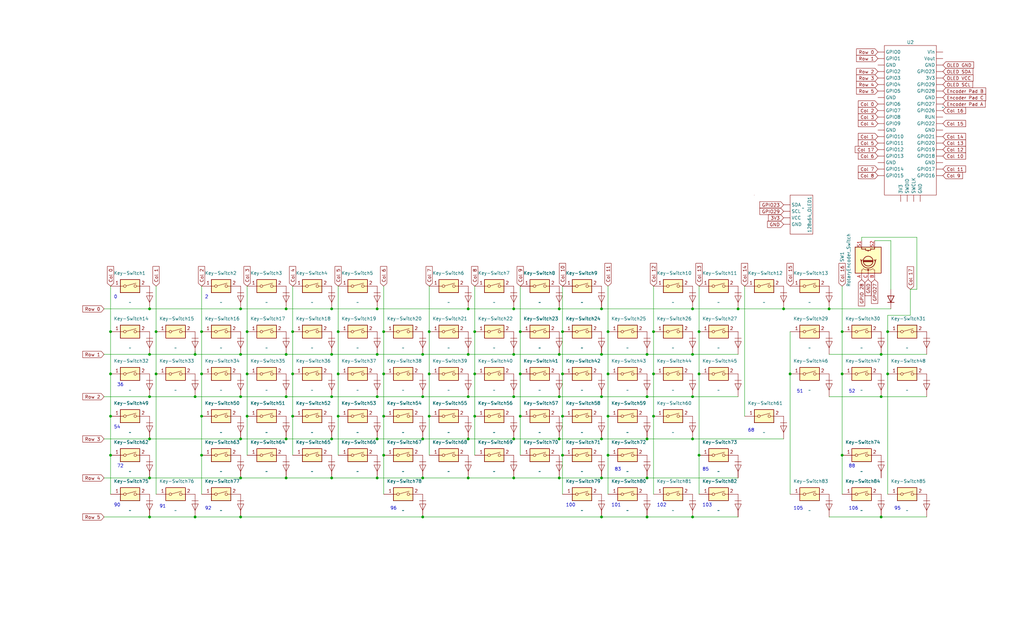
<source format=kicad_sch>
(kicad_sch (version 20230121) (generator eeschema)
  (paper "User" 399.999 250.012)
  (title_block (title "TECOLED") (date "1/11/2024") (rev "v1.0"))
  (lib_symbols
    (symbol "Device:RotaryEncoder_Switch" (pin_names (offset 0.254) hide)
      (property "Reference" "SW" (at 0 6.604 0))
      (property "Value" "RotaryEncoder_Switch" (at 0 -6.604 0))
      (symbol "RotaryEncoder_Switch_0_1"
        (rectangle (start -5.08 5.08) (end 5.08 -5.08) (stroke (width 0.254)) (fill (type background)))
        (circle (center -3.81 0) (radius 0.254) (fill (type outline)))
        (circle (center -0.381 0) (radius 1.905) (stroke (width 0.254)))
        (arc (start -0.381 2.667) (mid -3.0988 -0.0635) (end -0.381 -2.794) (stroke (width 0.254)))
        (polyline (pts (xy -0.635 -1.778) (xy -0.635 1.778)) (stroke (width 0.254)))
        (polyline (pts (xy -0.381 -1.778) (xy -0.381 1.778)) (stroke (width 0.254)))
        (polyline (pts (xy -0.127 1.778) (xy -0.127 -1.778)) (stroke (width 0.254)))
        (polyline (pts (xy 3.81 0) (xy 3.429 0)) (stroke (width 0.254)))
        (polyline (pts (xy 3.81 1.016) (xy 3.81 -1.016)) (stroke (width 0.254)))
        (polyline (pts (xy -5.08 -2.54) (xy -3.81 -2.54) (xy -3.81 -2.032)))
        (polyline (pts (xy -5.08 2.54) (xy -3.81 2.54) (xy -3.81 2.032)))
        (polyline (pts (xy 0.254 -3.048) (xy -0.508 -2.794) (xy 0.127 -2.413)) (stroke (width 0.254)))
        (polyline (pts (xy 0.254 2.921) (xy -0.508 2.667) (xy 0.127 2.286)) (stroke (width 0.254)))
        (polyline (pts (xy 5.08 -2.54) (xy 4.318 -2.54) (xy 4.318 -1.016)) (stroke (width 0.254)))
        (polyline (pts (xy 5.08 2.54) (xy 4.318 2.54) (xy 4.318 1.016)) (stroke (width 0.254)))
        (polyline (pts (xy -5.08 0) (xy -3.81 0) (xy -3.81 -1.016) (xy -3.302 -2.032)))
        (polyline (pts (xy -4.318 0) (xy -3.81 0) (xy -3.81 1.016) (xy -3.302 2.032)))
        (circle (center 4.318 -1.016) (radius 0.127) (stroke (width 0.254)))
        (circle (center 4.318 1.016) (radius 0.127) (stroke (width 0.254)))
      )
      (symbol "RotaryEncoder_Switch_1_1"
        (pin passive line (at -7.62 2.54 0) (length 2.54) (name "A") (number "A"))
        (pin passive line (at -7.62 -2.54 0) (length 2.54) (name "B") (number "B"))
        (pin passive line (at -7.62 0 0) (length 2.54) (name "C") (number "C"))
        (pin passive line (at 7.62 2.54 180) (length 2.54) (name "S1") (number "S1"))
        (pin passive line (at 7.62 -2.54 180) (length 2.54) (name "S2") (number "S2"))
      )
    )
    (symbol "Diode:1N4148" (pin_numbers hide) (pin_names hide)
      (property "Reference" "D" (at 0 2.54 0))
      (property "Value" "1N4148" (at 0 -2.54 0))
      (symbol "1N4148_0_1"
        (polyline (pts (xy -1.27 1.27) (xy -1.27 -1.27)) (stroke (width 0.254)))
        (polyline (pts (xy 1.27 0) (xy -1.27 0)))
        (polyline (pts (xy 1.27 1.27) (xy 1.27 -1.27) (xy -1.27 0) (xy 1.27 1.27)) (stroke (width 0.254)))
      )
      (symbol "1N4148_1_1"
        (pin passive line (at -3.81 0 0) (length 2.54) (name "K") (number "1"))
        (pin passive line (at 3.81 0 180) (length 2.54) (name "A") (number "2"))
      )
    )
    (symbol "Display_Graphic:128x64_oled"
      (property "Reference" "128x64_OLED" (at -6.35 0 90))
      (symbol "128x64_oled_1_1"
        (rectangle (start -8.89 -7.62) (end 0 7.62))
        (rectangle (start 13.97 7.62) (end 13.97 7.62))
        (pin passive line (at 2.54 -3.81 180) (length 2.54) (name "GND") (number ""))
        (pin bidirectional line (at 2.54 1.27 180) (length 2.54) (name "SCL") (number ""))
        (pin bidirectional line (at 2.54 3.81 180) (length 2.54) (name "SDA") (number ""))
        (pin power_in line (at 2.54 -1.27 180) (length 2.54) (name "VCC") (number ""))
      )
    )
    (symbol "MCU_RaspberryPi:rp2040v2"
      (property "Reference" "U" (at -7.62 0 0))
      (symbol "rp2040v2_0_1"
        (rectangle (start -30.48 24.13) (end -10.16 -34.29))
      )
      (symbol "rp2040v2_1_1"
        (pin passive line (at -24.13 -36.83 90) (length 2.54) (name "3V3") (number ""))
        (pin passive line (at -7.62 11.43 180) (length 2.54) (name "3V3") (number ""))
        (pin passive line (at -33.02 -21.59 0) (length 2.54) (name "GND") (number ""))
        (pin passive line (at -33.02 -8.89 0) (length 2.54) (name "GND") (number ""))
        (pin passive line (at -33.02 3.81 0) (length 2.54) (name "GND") (number ""))
        (pin passive line (at -33.02 16.51 0) (length 2.54) (name "GND") (number ""))
        (pin passive line (at -16.51 -36.83 90) (length 2.54) (name "GND") (number ""))
        (pin passive line (at -7.62 -21.59 180) (length 2.54) (name "GND") (number ""))
        (pin passive line (at -7.62 -8.89 180) (length 2.54) (name "GND") (number ""))
        (pin passive line (at -7.62 3.81 180) (length 2.54) (name "GND") (number ""))
        (pin passive line (at -7.62 16.51 180) (length 2.54) (name "GND") (number ""))
        (pin passive line (at -33.02 21.59 0) (length 2.54) (name "GPIO0") (number ""))
        (pin passive line (at -33.02 19.05 0) (length 2.54) (name "GPIO1") (number ""))
        (pin passive line (at -33.02 -11.43 0) (length 2.54) (name "GPIO10") (number ""))
        (pin passive line (at -33.02 -13.97 0) (length 2.54) (name "GPIO11") (number ""))
        (pin passive line (at -33.02 -16.51 0) (length 2.54) (name "GPIO12") (number ""))
        (pin passive line (at -33.02 -19.05 0) (length 2.54) (name "GPIO13") (number ""))
        (pin passive line (at -33.02 -24.13 0) (length 2.54) (name "GPIO14") (number ""))
        (pin passive line (at -33.02 -26.67 0) (length 2.54) (name "GPIO15") (number ""))
        (pin passive line (at -7.62 -26.67 180) (length 2.54) (name "GPIO16") (number ""))
        (pin passive line (at -7.62 -24.13 180) (length 2.54) (name "GPIO17") (number ""))
        (pin passive line (at -7.62 -19.05 180) (length 2.54) (name "GPIO18") (number ""))
        (pin passive line (at -7.62 -16.51 180) (length 2.54) (name "GPIO19") (number ""))
        (pin passive line (at -33.02 13.97 0) (length 2.54) (name "GPIO2") (number ""))
        (pin passive line (at -7.62 -13.97 180) (length 2.54) (name "GPIO20") (number ""))
        (pin passive line (at -7.62 -11.43 180) (length 2.54) (name "GPIO21") (number ""))
        (pin passive line (at -7.62 -6.35 180) (length 2.54) (name "GPIO22") (number ""))
        (pin passive line (at -7.62 13.97 180) (length 2.54) (name "GPIO23") (number ""))
        (pin passive line (at -7.62 -1.27 180) (length 2.54) (name "GPIO26") (number ""))
        (pin passive line (at -7.62 1.27 180) (length 2.54) (name "GPIO27") (number ""))
        (pin passive line (at -7.62 6.35 180) (length 2.54) (name "GPIO28") (number ""))
        (pin passive line (at -7.62 8.89 180) (length 2.54) (name "GPIO29") (number ""))
        (pin passive line (at -33.02 11.43 0) (length 2.54) (name "GPIO3") (number ""))
        (pin passive line (at -33.02 8.89 0) (length 2.54) (name "GPIO4") (number ""))
        (pin passive line (at -33.02 6.35 0) (length 2.54) (name "GPIO5") (number ""))
        (pin passive line (at -33.02 1.27 0) (length 2.54) (name "GPIO6") (number ""))
        (pin passive line (at -33.02 -1.27 0) (length 2.54) (name "GPIO7") (number ""))
        (pin passive line (at -33.02 -3.81 0) (length 2.54) (name "GPIO8") (number ""))
        (pin passive line (at -33.02 -6.35 0) (length 2.54) (name "GPIO9") (number ""))
        (pin passive line (at -7.62 -3.81 180) (length 2.54) (name "RUN") (number ""))
        (pin passive line (at -19.05 -36.83 90) (length 2.54) (name "SWCLK") (number ""))
        (pin passive line (at -21.59 -36.83 90) (length 2.54) (name "SWDID") (number ""))
        (pin passive line (at -7.62 21.59 180) (length 2.54) (name "Vin") (number ""))
        (pin passive line (at -7.62 19.05 180) (length 2.54) (name "Vout") (number ""))
      )
    )
    (symbol "Simulation_SPICE:Key-Switch"
      (property "Reference" "Key-Switch" (at 0 2.54 0))
      (symbol "Key-Switch_0_0"
        (circle (center -2.032 -2.54) (radius 0.508))
        (polyline (pts (xy -1.524 -2.413) (xy 2.3622 -1.3716)))
        (circle (center 2.032 -2.54) (radius 0.508))
      )
      (symbol "Key-Switch_0_1"
        (rectangle (start -3.81 0) (end 3.81 -5.08) (stroke (width 0.254)) (fill (type background)))
        (polyline (pts (xy 7.62 -2.54) (xy 2.54 -2.54) (xy 7.62 -2.54)))
        (polyline (pts (xy 7.62 -2.54) (xy 7.62 -8.89) (xy 6.35 -6.35) (xy 8.89 -6.35) (xy 7.62 -8.89) (xy 7.62 -6.35) (xy 7.62 -5.08) (xy 6.35 -5.08) (xy 8.89 -5.08)))
      )
      (symbol "Key-Switch_1_1"
        (text "1" (at -5.08 -1.27 0) (effects (font (size 1.27 1.27))))
        (text "2" (at 5.08 -1.27 0) (effects (font (size 1.27 1.27))))
        (pin passive line (at 7.62 -11.43 90) (length 2.54) (name "") (number ""))
        (pin passive line (at -7.62 -2.54 0) (length 5.08) (name "~") (number ""))
      )
    )
  )
  (junction (at 237.49 146.05))
  (junction (at 323.85 120.65))
  (junction (at 114.3 129.54))
  (junction (at 132.08 129.54))
  (junction (at 58.42 186.69))
  (junction (at 234.95 201.93))
  (junction (at 60.96 129.54))
  (junction (at 185.42 146.05))
  (junction (at 111.76 171.45))
  (junction (at 234.95 138.43))
  (junction (at 200.66 120.65))
  (junction (at 93.98 154.94))
  (junction (at 114.3 162.56))
  (junction (at 93.98 171.45))
  (junction (at 149.86 146.05))
  (junction (at 60.96 146.05))
  (junction (at 76.2 154.94))
  (junction (at 149.86 177.8))
  (junction (at 185.42 129.54))
  (junction (at 308.61 146.05))
  (junction (at 111.76 120.65))
  (junction (at 252.73 154.94))
  (junction (at 219.71 162.56))
  (junction (at 58.42 201.93))
  (junction (at 346.71 129.54))
  (junction (at 167.64 146.05))
  (junction (at 111.76 186.69))
  (junction (at 328.93 129.54))
  (junction (at 344.17 201.93))
  (junction (at 200.66 154.94))
  (junction (at 200.66 138.43))
  (junction (at 252.73 171.45))
  (junction (at 234.95 154.94))
  (junction (at 288.29 120.65))
  (junction (at 344.17 138.43))
  (junction (at 270.51 138.43))
  (junction (at 234.95 171.45))
  (junction (at 58.42 138.43))
  (junction (at 273.05 146.05))
  (junction (at 182.88 186.69))
  (junction (at 132.08 162.56))
  (junction (at 78.74 162.56))
  (junction (at 270.51 154.94))
  (junction (at 165.1 138.43))
  (junction (at 218.44 154.94))
  (junction (at 182.88 154.94))
  (junction (at 219.71 129.54))
  (junction (at 219.71 146.05))
  (junction (at 182.88 138.43))
  (junction (at 43.18 162.56))
  (junction (at 129.54 171.45))
  (junction (at 149.86 162.56))
  (junction (at 200.66 171.45))
  (junction (at 234.95 120.65))
  (junction (at 78.74 129.54))
  (junction (at 200.66 186.69))
  (junction (at 255.27 146.05))
  (junction (at 182.88 120.65))
  (junction (at 218.44 186.69))
  (junction (at 96.52 146.05))
  (junction (at 218.44 171.45))
  (junction (at 111.76 138.43))
  (junction (at 43.18 177.8))
  (junction (at 96.52 162.56))
  (junction (at 306.07 120.65))
  (junction (at 76.2 201.93))
  (junction (at 165.1 154.94))
  (junction (at 344.17 154.94))
  (junction (at 129.54 154.94))
  (junction (at 182.88 171.45))
  (junction (at 328.93 146.05))
  (junction (at 43.18 146.05))
  (junction (at 132.08 146.05))
  (junction (at 147.32 186.69))
  (junction (at 93.98 201.93))
  (junction (at 129.54 138.43))
  (junction (at 111.76 154.94))
  (junction (at 76.2 138.43))
  (junction (at 273.05 129.54))
  (junction (at 237.49 162.56))
  (junction (at 252.73 201.93))
  (junction (at 185.42 162.56))
  (junction (at 78.74 146.05))
  (junction (at 270.51 171.45))
  (junction (at 58.42 120.65))
  (junction (at 167.64 162.56))
  (junction (at 78.74 177.8))
  (junction (at 270.51 120.65))
  (junction (at 218.44 138.43))
  (junction (at 255.27 129.54))
  (junction (at 165.1 186.69))
  (junction (at 147.32 138.43))
  (junction (at 252.73 138.43))
  (junction (at 237.49 129.54))
  (junction (at 147.32 171.45))
  (junction (at 93.98 120.65))
  (junction (at 167.64 129.54))
  (junction (at 149.86 129.54))
  (junction (at 43.18 129.54))
  (junction (at 165.1 201.93))
  (junction (at 93.98 138.43))
  (junction (at 218.44 120.65))
  (junction (at 58.42 171.45))
  (junction (at 58.42 154.94))
  (junction (at 219.71 177.8))
  (junction (at 203.2 129.54))
  (junction (at 273.05 177.8))
  (junction (at 237.49 177.8))
  (junction (at 346.71 146.05))
  (junction (at 129.54 120.65))
  (junction (at 147.32 120.65))
  (junction (at 96.52 129.54))
  (junction (at 270.51 201.93))
  (junction (at 165.1 171.45))
  (junction (at 234.95 186.69))
  (junction (at 328.93 177.8))
  (junction (at 147.32 154.94))
  (junction (at 129.54 186.69))
  (junction (at 203.2 146.05))
  (junction (at 203.2 162.56))
  (junction (at 93.98 186.69))
  (junction (at 252.73 186.69))
  (junction (at 255.27 162.56))
  (junction (at 114.3 146.05))
  (wire (pts (xy 336.55 92.71) (xy 336.55 93.98)))
  (wire (pts (xy 323.85 201.93) (xy 344.17 201.93)))
  (wire (pts (xy 358.14 92.71) (xy 358.14 113.03)))
  (wire (pts (xy 273.05 111.76) (xy 273.05 129.54)))
  (wire (pts (xy 273.05 146.05) (xy 273.05 177.8)))
  (wire (pts (xy 252.73 138.43) (xy 270.51 138.43)))
  (wire (pts (xy 114.3 162.56) (xy 114.3 177.8)))
  (wire (pts (xy 234.95 186.69) (xy 252.73 186.69)))
  (wire (pts (xy 96.52 111.76) (xy 96.52 129.54)))
  (wire (pts (xy 93.98 138.43) (xy 111.76 138.43)))
  (wire (pts (xy 40.64 154.94) (xy 58.42 154.94)))
  (wire (pts (xy 182.88 171.45) (xy 200.66 171.45)))
  (wire (pts (xy 328.93 177.8) (xy 328.93 193.04)))
  (wire (pts (xy 43.18 111.76) (xy 43.18 129.54)))
  (wire (pts (xy 344.17 138.43) (xy 361.95 138.43)))
  (wire (pts (xy 58.42 120.65) (xy 93.98 120.65)))
  (wire (pts (xy 336.55 92.71) (xy 358.14 92.71)))
  (wire (pts (xy 147.32 138.43) (xy 165.1 138.43)))
  (wire (pts (xy 200.66 120.65) (xy 218.44 120.65)))
  (wire (pts (xy 218.44 154.94) (xy 200.66 154.94)))
  (wire (pts (xy 203.2 162.56) (xy 203.2 177.8)))
  (wire (pts (xy 347.98 113.03) (xy 347.98 93.98)))
  (wire (pts (xy 200.66 186.69) (xy 218.44 186.69)))
  (wire (pts (xy 78.74 146.05) (xy 78.74 162.56)))
  (wire (pts (xy 147.32 154.94) (xy 129.54 154.94)))
  (wire (pts (xy 346.71 146.05) (xy 346.71 193.04)))
  (wire (pts (xy 93.98 171.45) (xy 58.42 171.45)))
  (wire (pts (xy 308.61 146.05) (xy 308.61 193.04)))
  (wire (pts (xy 328.93 111.76) (xy 328.93 129.54)))
  (wire (pts (xy 218.44 120.65) (xy 234.95 120.65)))
  (wire (pts (xy 78.74 111.76) (xy 78.74 129.54)))
  (wire (pts (xy 234.95 171.45) (xy 252.73 171.45)))
  (wire (pts (xy 40.64 138.43) (xy 58.42 138.43)))
  (wire (pts (xy 346.71 129.54) (xy 346.71 146.05)))
  (wire (pts (xy 132.08 129.54) (xy 132.08 146.05)))
  (wire (pts (xy 43.18 177.8) (xy 43.18 193.04)))
  (wire (pts (xy 165.1 201.93) (xy 234.95 201.93)))
  (wire (pts (xy 149.86 162.56) (xy 149.86 177.8)))
  (wire (pts (xy 234.95 154.94) (xy 218.44 154.94)))
  (wire (pts (xy 182.88 154.94) (xy 165.1 154.94)))
  (wire (pts (xy 308.61 129.54) (xy 308.61 146.05)))
  (wire (pts (xy 58.42 154.94) (xy 76.2 154.94)))
  (wire (pts (xy 93.98 154.94) (xy 111.76 154.94)))
  (wire (pts (xy 167.64 111.76) (xy 167.64 129.54)))
  (wire (pts (xy 355.6 123.19) (xy 346.71 123.19)))
  (wire (pts (xy 252.73 201.93) (xy 270.51 201.93)))
  (wire (pts (xy 76.2 154.94) (xy 93.98 154.94)))
  (wire (pts (xy 185.42 146.05) (xy 185.42 162.56)))
  (wire (pts (xy 111.76 138.43) (xy 129.54 138.43)))
  (wire (pts (xy 58.42 201.93) (xy 76.2 201.93)))
  (wire (pts (xy 147.32 120.65) (xy 182.88 120.65)))
  (wire (pts (xy 255.27 146.05) (xy 255.27 162.56)))
  (wire (pts (xy 60.96 111.76) (xy 60.96 129.54)))
  (wire (pts (xy 219.71 129.54) (xy 219.71 146.05)))
  (wire (pts (xy 234.95 201.93) (xy 252.73 201.93)))
  (wire (pts (xy 270.51 201.93) (xy 288.29 201.93)))
  (wire (pts (xy 111.76 154.94) (xy 129.54 154.94)))
  (wire (pts (xy 323.85 154.94) (xy 344.17 154.94)))
  (wire (pts (xy 273.05 177.8) (xy 273.05 193.04)))
  (wire (pts (xy 237.49 146.05) (xy 237.49 162.56)))
  (wire (pts (xy 182.88 120.65) (xy 200.66 120.65)))
  (wire (pts (xy 252.73 154.94) (xy 234.95 154.94)))
  (wire (pts (xy 93.98 186.69) (xy 111.76 186.69)))
  (wire (pts (xy 43.18 146.05) (xy 43.18 162.56)))
  (wire (pts (xy 290.83 111.76) (xy 290.83 162.56)))
  (wire (pts (xy 165.1 171.45) (xy 182.88 171.45)))
  (wire (pts (xy 76.2 138.43) (xy 93.98 138.43)))
  (wire (pts (xy 270.51 154.94) (xy 252.73 154.94)))
  (wire (pts (xy 255.27 162.56) (xy 255.27 193.04)))
  (wire (pts (xy 252.73 186.69) (xy 288.29 186.69)))
  (wire (pts (xy 78.74 162.56) (xy 78.74 177.8)))
  (wire (pts (xy 111.76 186.69) (xy 129.54 186.69)))
  (wire (pts (xy 78.74 129.54) (xy 78.74 146.05)))
  (wire (pts (xy 185.42 129.54) (xy 185.42 146.05)))
  (wire (pts (xy 149.86 177.8) (xy 149.86 193.04)))
  (wire (pts (xy 252.73 171.45) (xy 270.51 171.45)))
  (wire (pts (xy 358.14 113.03) (xy 355.6 113.03)))
  (wire (pts (xy 182.88 186.69) (xy 200.66 186.69)))
  (wire (pts (xy 306.07 120.65) (xy 323.85 120.65)))
  (wire (pts (xy 129.54 138.43) (xy 147.32 138.43)))
  (wire (pts (xy 185.42 111.76) (xy 185.42 129.54)))
  (wire (pts (xy 60.96 146.05) (xy 60.96 193.04)))
  (wire (pts (xy 200.66 171.45) (xy 218.44 171.45)))
  (wire (pts (xy 255.27 111.76) (xy 255.27 129.54)))
  (wire (pts (xy 203.2 129.54) (xy 203.2 146.05)))
  (wire (pts (xy 165.1 138.43) (xy 182.88 138.43)))
  (wire (pts (xy 219.71 111.76) (xy 219.71 129.54)))
  (wire (pts (xy 219.71 177.8) (xy 219.71 193.04)))
  (wire (pts (xy 203.2 111.76) (xy 203.2 129.54)))
  (wire (pts (xy 328.93 146.05) (xy 328.93 177.8)))
  (wire (pts (xy 43.18 129.54) (xy 43.18 146.05)))
  (wire (pts (xy 149.86 111.76) (xy 149.86 129.54)))
  (wire (pts (xy 96.52 162.56) (xy 96.52 177.8)))
  (wire (pts (xy 344.17 201.93) (xy 361.95 201.93)))
  (wire (pts (xy 129.54 186.69) (xy 147.32 186.69)))
  (wire (pts (xy 149.86 146.05) (xy 149.86 162.56)))
  (wire (pts (xy 58.42 186.69) (xy 93.98 186.69)))
  (wire (pts (xy 167.64 146.05) (xy 167.64 162.56)))
  (wire (pts (xy 129.54 171.45) (xy 147.32 171.45)))
  (wire (pts (xy 237.49 111.76) (xy 237.49 129.54)))
  (wire (pts (xy 147.32 171.45) (xy 165.1 171.45)))
  (wire (pts (xy 347.98 93.98) (xy 341.63 93.98)))
  (wire (pts (xy 288.29 154.94) (xy 270.51 154.94)))
  (wire (pts (xy 78.74 177.8) (xy 78.74 193.04)))
  (wire (pts (xy 182.88 138.43) (xy 200.66 138.43)))
  (wire (pts (xy 323.85 138.43) (xy 344.17 138.43)))
  (wire (pts (xy 218.44 138.43) (xy 234.95 138.43)))
  (wire (pts (xy 237.49 129.54) (xy 237.49 146.05)))
  (wire (pts (xy 96.52 129.54) (xy 96.52 146.05)))
  (wire (pts (xy 132.08 111.76) (xy 132.08 129.54)))
  (wire (pts (xy 346.71 123.19) (xy 346.71 129.54)))
  (wire (pts (xy 218.44 171.45) (xy 234.95 171.45)))
  (wire (pts (xy 165.1 186.69) (xy 182.88 186.69)))
  (wire (pts (xy 328.93 129.54) (xy 328.93 146.05)))
  (wire (pts (xy 40.64 186.69) (xy 58.42 186.69)))
  (wire (pts (xy 255.27 129.54) (xy 255.27 146.05)))
  (wire (pts (xy 132.08 146.05) (xy 132.08 162.56)))
  (wire (pts (xy 273.05 129.54) (xy 273.05 146.05)))
  (wire (pts (xy 234.95 138.43) (xy 252.73 138.43)))
  (wire (pts (xy 132.08 162.56) (xy 132.08 177.8)))
  (wire (pts (xy 218.44 186.69) (xy 234.95 186.69)))
  (wire (pts (xy 355.6 123.19) (xy 355.6 113.03)))
  (wire (pts (xy 129.54 120.65) (xy 147.32 120.65)))
  (wire (pts (xy 219.71 146.05) (xy 219.71 162.56)))
  (wire (pts (xy 270.51 138.43) (xy 288.29 138.43)))
  (wire (pts (xy 270.51 171.45) (xy 306.07 171.45)))
  (wire (pts (xy 93.98 201.93) (xy 165.1 201.93)))
  (wire (pts (xy 237.49 177.8) (xy 237.49 193.04)))
  (wire (pts (xy 111.76 171.45) (xy 93.98 171.45)))
  (wire (pts (xy 344.17 154.94) (xy 361.95 154.94)))
  (wire (pts (xy 114.3 111.76) (xy 114.3 129.54)))
  (wire (pts (xy 347.98 120.65) (xy 323.85 120.65)))
  (wire (pts (xy 167.64 162.56) (xy 167.64 177.8)))
  (wire (pts (xy 219.71 162.56) (xy 219.71 177.8)))
  (wire (pts (xy 60.96 129.54) (xy 60.96 146.05)))
  (wire (pts (xy 270.51 120.65) (xy 288.29 120.65)))
  (wire (pts (xy 96.52 146.05) (xy 96.52 162.56)))
  (wire (pts (xy 58.42 138.43) (xy 76.2 138.43)))
  (wire (pts (xy 149.86 129.54) (xy 149.86 146.05)))
  (wire (pts (xy 147.32 186.69) (xy 165.1 186.69)))
  (wire (pts (xy 114.3 146.05) (xy 114.3 162.56)))
  (wire (pts (xy 111.76 120.65) (xy 129.54 120.65)))
  (wire (pts (xy 93.98 120.65) (xy 111.76 120.65)))
  (wire (pts (xy 203.2 146.05) (xy 203.2 162.56)))
  (wire (pts (xy 200.66 154.94) (xy 182.88 154.94)))
  (wire (pts (xy 40.64 201.93) (xy 58.42 201.93)))
  (wire (pts (xy 76.2 201.93) (xy 93.98 201.93)))
  (wire (pts (xy 40.64 120.65) (xy 58.42 120.65)))
  (wire (pts (xy 114.3 129.54) (xy 114.3 146.05)))
  (wire (pts (xy 237.49 162.56) (xy 237.49 177.8)))
  (wire (pts (xy 234.95 120.65) (xy 270.51 120.65)))
  (wire (pts (xy 165.1 154.94) (xy 147.32 154.94)))
  (wire (pts (xy 288.29 120.65) (xy 306.07 120.65)))
  (wire (pts (xy 167.64 129.54) (xy 167.64 146.05)))
  (wire (pts (xy 129.54 171.45) (xy 111.76 171.45)))
  (wire (pts (xy 43.18 162.56) (xy 43.18 177.8)))
  (wire (pts (xy 76.2 137.16) (xy 76.2 138.43)))
  (wire (pts (xy 40.64 171.45) (xy 58.42 171.45)))
  (wire (pts (xy 200.66 138.43) (xy 218.44 138.43)))
  (wire (pts (xy 185.42 162.56) (xy 185.42 177.8)))
  (text "52" (at 331.47 153.67 0) (effects (font (size 1.27 1.27)) (justify left bottom)))
  (text "95" (at 349.25 199.39 0) (effects (font (size 1.27 1.27)) (justify left bottom)))
  (text "103" (at 274.32 198.12 0) (effects (font (size 1.27 1.27)) (justify left bottom)))
  (text "106\n" (at 331.47 199.39 0) (effects (font (size 1.27 1.27)) (justify left bottom)))
  (text "102\n" (at 256.54 198.12 0) (effects (font (size 1.27 1.27)) (justify left bottom)))
  (text "36\n" (at 45.72 151.13 0) (effects (font (size 1.27 1.27)) (justify left bottom)))
  (text "83" (at 240.03 184.15 0) (effects (font (size 1.27 1.27)) (justify left bottom)))
  (text "0\n" (at 44.45 116.84 0) (effects (font (size 1.27 1.27)) (justify left bottom)))
  (text "54" (at 44.45 167.64 0) (effects (font (size 1.27 1.27)) (justify left bottom)))
  (text "101\n" (at 238.76 198.12 0) (effects (font (size 1.27 1.27)) (justify left bottom)))
  (text "85" (at 274.32 184.15 0) (effects (font (size 1.27 1.27)) (justify left bottom)))
  (text "72\n" (at 45.72 182.88 0) (effects (font (size 1.27 1.27)) (justify left bottom)))
  (text "105\n" (at 309.88 199.39 0) (effects (font (size 1.27 1.27)) (justify left bottom)))
  (text "2" (at 80.01 116.84 0) (effects (font (size 1.27 1.27)) (justify left bottom)))
  (text "92\n" (at 80.01 199.39 0) (effects (font (size 1.27 1.27)) (justify left bottom)))
  (text "51\n" (at 311.15 153.67 0) (effects (font (size 1.27 1.27)) (justify left bottom)))
  (text "88" (at 331.47 182.88 0) (effects (font (size 1.27 1.27)) (justify left bottom)))
  (text "100\n" (at 220.98 198.12 0) (effects (font (size 1.27 1.27)) (justify left bottom)))
  (text "91\n\n" (at 62.23 200.66 0) (effects (font (size 1.27 1.27)) (justify left bottom)))
  (text "68\n" (at 292.1 168.91 0) (effects (font (size 1.27 1.27)) (justify left bottom)))
  (text "96\n" (at 152.4 199.39 0) (effects (font (size 1.27 1.27)) (justify left bottom)))
  (text "90\n" (at 44.45 198.12 0) (effects (font (size 1.27 1.27)) (justify left bottom)))
  (global_label "Row 0" (shape input) (at 40.64 120.65 180) (property "Intersheetrefs" "${INTERSHEET_REFS}" (effects hide)))
  (global_label "Encoder Pad B" (shape input) (at 368.3 35.56 0) (property "Intersheetrefs" "${INTERSHEET_REFS}" (effects hide)))
  (global_label "GND" (shape input) (at 306.07 87.63 180) (property "Intersheetrefs" "${INTERSHEET_REFS}" (effects hide)))
  (global_label "Col 13" (shape input) (at 368.3 55.88 0) (property "Intersheetrefs" "${INTERSHEET_REFS}" (effects hide)))
  (global_label "Col 3" (shape input) (at 96.52 111.76 90) (property "Intersheetrefs" "${INTERSHEET_REFS}" (effects hide)))
  (global_label "Col 16" (shape input) (at 328.93 111.76 90) (property "Intersheetrefs" "${INTERSHEET_REFS}" (effects hide)))
  (global_label "Row 5" (shape input) (at 342.9 35.56 180) (property "Intersheetrefs" "${INTERSHEET_REFS}" (effects hide)))
  (global_label "Col 6" (shape input) (at 149.86 111.76 90) (property "Intersheetrefs" "${INTERSHEET_REFS}" (effects hide)))
  (global_label "Col 0" (shape input) (at 342.9 40.64 180) (property "Intersheetrefs" "${INTERSHEET_REFS}" (effects hide)))
  (global_label "Col 10" (shape input) (at 219.71 111.76 90) (property "Intersheetrefs" "${INTERSHEET_REFS}" (effects hide)))
  (global_label "Col 7" (shape input) (at 342.9 66.04 180) (property "Intersheetrefs" "${INTERSHEET_REFS}" (effects hide)))
  (global_label "Row 2" (shape input) (at 342.9 27.94 180) (property "Intersheetrefs" "${INTERSHEET_REFS}" (effects hide)))
  (global_label "Row 1" (shape input) (at 40.64 138.43 180) (property "Intersheetrefs" "${INTERSHEET_REFS}" (effects hide)))
  (global_label "Col 15" (shape input) (at 308.61 111.76 90) (property "Intersheetrefs" "${INTERSHEET_REFS}" (effects hide)))
  (global_label "Col 14" (shape input) (at 290.83 111.76 90) (property "Intersheetrefs" "${INTERSHEET_REFS}" (effects hide)))
  (global_label "Col 5" (shape input) (at 342.9 55.88 180) (property "Intersheetrefs" "${INTERSHEET_REFS}" (effects hide)))
  (global_label "Col 11" (shape input) (at 237.49 111.76 90) (property "Intersheetrefs" "${INTERSHEET_REFS}" (effects hide)))
  (global_label "GND" (shape input) (at 339.09 109.22 270) (property "Intersheetrefs" "${INTERSHEET_REFS}" (effects hide)))
  (global_label "Col 13" (shape input) (at 273.05 111.76 90) (property "Intersheetrefs" "${INTERSHEET_REFS}" (effects hide)))
  (global_label "Encoder Pad C" (shape input) (at 368.3 38.1 0) (property "Intersheetrefs" "${INTERSHEET_REFS}" (effects hide)))
  (global_label "Col 17" (shape input) (at 342.9 58.42 180) (property "Intersheetrefs" "${INTERSHEET_REFS}" (effects hide)))
  (global_label "GPIO23" (shape input) (at 306.07 80.01 180) (property "Intersheetrefs" "${INTERSHEET_REFS}" (effects hide)))
  (global_label "Col 8" (shape input) (at 185.42 111.76 90) (property "Intersheetrefs" "${INTERSHEET_REFS}" (effects hide)))
  (global_label "Col 6" (shape input) (at 342.9 60.96 180) (property "Intersheetrefs" "${INTERSHEET_REFS}" (effects hide)))
  (global_label "Col 12" (shape input) (at 255.27 111.76 90) (property "Intersheetrefs" "${INTERSHEET_REFS}" (effects hide)))
  (global_label "Row 2" (shape input) (at 40.64 154.94 180) (property "Intersheetrefs" "${INTERSHEET_REFS}" (effects hide)))
  (global_label "Col 7" (shape input) (at 167.64 111.76 90) (property "Intersheetrefs" "${INTERSHEET_REFS}" (effects hide)))
  (global_label "Col 9" (shape input) (at 368.3 68.58 0) (property "Intersheetrefs" "${INTERSHEET_REFS}" (effects hide)))
  (global_label "Col 10" (shape input) (at 368.3 60.96 0) (property "Intersheetrefs" "${INTERSHEET_REFS}" (effects hide)))
  (global_label "Row 3" (shape input) (at 40.64 171.45 180) (property "Intersheetrefs" "${INTERSHEET_REFS}" (effects hide)))
  (global_label "Col 1" (shape input) (at 60.96 111.76 90) (property "Intersheetrefs" "${INTERSHEET_REFS}" (effects hide)))
  (global_label "Col 1" (shape input) (at 342.9 53.34 180) (property "Intersheetrefs" "${INTERSHEET_REFS}" (effects hide)))
  (global_label "GPIO27" (shape input) (at 341.63 109.22 270) (property "Intersheetrefs" "${INTERSHEET_REFS}" (effects hide)))
  (global_label "OLED SDA" (shape input) (at 368.3 27.94 0) (property "Intersheetrefs" "${INTERSHEET_REFS}" (effects hide)))
  (global_label "3V3" (shape input) (at 306.07 85.09 180) (property "Intersheetrefs" "${INTERSHEET_REFS}" (effects hide)))
  (global_label "GPIO29" (shape input) (at 306.07 82.55 180) (property "Intersheetrefs" "${INTERSHEET_REFS}" (effects hide)))
  (global_label "Col 8" (shape input) (at 342.9 68.58 180) (property "Intersheetrefs" "${INTERSHEET_REFS}" (effects hide)))
  (global_label "Col 0" (shape input) (at 43.18 111.76 90) (property "Intersheetrefs" "${INTERSHEET_REFS}" (effects hide)))
  (global_label "Row 4" (shape input) (at 40.64 186.69 180) (property "Intersheetrefs" "${INTERSHEET_REFS}" (effects hide)))
  (global_label "Col 3" (shape input) (at 342.9 45.72 180) (property "Intersheetrefs" "${INTERSHEET_REFS}" (effects hide)))
  (global_label "Col 4" (shape input) (at 342.9 48.26 180) (property "Intersheetrefs" "${INTERSHEET_REFS}" (effects hide)))
  (global_label "Col 12" (shape input) (at 368.3 58.42 0) (property "Intersheetrefs" "${INTERSHEET_REFS}" (effects hide)))
  (global_label "OLED GND" (shape input) (at 368.3 25.4 0) (property "Intersheetrefs" "${INTERSHEET_REFS}" (effects hide)))
  (global_label "Col 14" (shape input) (at 368.3 53.34 0) (property "Intersheetrefs" "${INTERSHEET_REFS}" (effects hide)))
  (global_label "Col 2" (shape input) (at 78.74 111.76 90) (property "Intersheetrefs" "${INTERSHEET_REFS}" (effects hide)))
  (global_label "Col 15" (shape input) (at 368.3 48.26 0) (property "Intersheetrefs" "${INTERSHEET_REFS}" (effects hide)))
  (global_label "Col 4" (shape input) (at 114.3 111.76 90) (property "Intersheetrefs" "${INTERSHEET_REFS}" (effects hide)))
  (global_label "Row 5" (shape input) (at 40.64 201.93 180) (property "Intersheetrefs" "${INTERSHEET_REFS}" (effects hide)))
  (global_label "OLED VCC" (shape input) (at 368.3 30.48 0) (property "Intersheetrefs" "${INTERSHEET_REFS}" (effects hide)))
  (global_label "Col 5" (shape input) (at 132.08 111.76 90) (property "Intersheetrefs" "${INTERSHEET_REFS}" (effects hide)))
  (global_label "Row 1" (shape input) (at 342.9 22.86 180) (property "Intersheetrefs" "${INTERSHEET_REFS}" (effects hide)))
  (global_label "Col 2" (shape input) (at 342.9 43.18 180) (property "Intersheetrefs" "${INTERSHEET_REFS}" (effects hide)))
  (global_label "Row 4" (shape input) (at 342.9 33.02 180) (property "Intersheetrefs" "${INTERSHEET_REFS}" (effects hide)))
  (global_label "GPIO 28" (shape input) (at 336.55 109.22 270) (property "Intersheetrefs" "${INTERSHEET_REFS}" (effects hide)))
  (global_label "Col 17" (shape input) (at 355.6 113.03 90) (property "Intersheetrefs" "${INTERSHEET_REFS}" (effects hide)))
  (global_label "Encoder Pad A" (shape input) (at 368.3 40.64 0) (property "Intersheetrefs" "${INTERSHEET_REFS}" (effects hide)))
  (global_label "Col 11" (shape input) (at 368.3 66.04 0) (property "Intersheetrefs" "${INTERSHEET_REFS}" (effects hide)))
  (global_label "Col 16" (shape input) (at 368.3 43.18 0) (property "Intersheetrefs" "${INTERSHEET_REFS}" (effects hide)))
  (global_label "Row 3" (shape input) (at 342.9 30.48 180) (property "Intersheetrefs" "${INTERSHEET_REFS}" (effects hide)))
  (global_label "Col 9" (shape input) (at 203.2 111.76 90) (property "Intersheetrefs" "${INTERSHEET_REFS}" (effects hide)))
  (global_label "Row 0" (shape input) (at 342.9 20.32 180) (property "Intersheetrefs" "${INTERSHEET_REFS}" (effects hide)))
  (global_label "OLED SCL" (shape input) (at 368.3 33.02 0) (property "Intersheetrefs" "${INTERSHEET_REFS}" (effects hide)))
  (symbol (lib_id "Simulation_SPICE:Key-Switch") (at 86.36 127 0) (unit 1)
    (property "Reference" "Key-Switch16" (at 80.01 124.46 0) (effects (justify left)))
    (property "Value" "~" (at 86.36 135.89 0))
  )
  (symbol (lib_id "Simulation_SPICE:Key-Switch") (at 86.36 160.02 0) (unit 1)
    (property "Reference" "Key-Switch50" (at 80.01 157.48 0) (effects (justify left)))
    (property "Value" "~" (at 86.36 168.91 0))
  )
  (symbol (lib_id "Simulation_SPICE:Key-Switch") (at 193.04 160.02 0) (unit 1)
    (property "Reference" "Key-Switch56" (at 186.69 157.48 0) (effects (justify left)))
    (property "Value" "~" (at 193.04 168.91 0))
  )
  (symbol (lib_id "Simulation_SPICE:Key-Switch") (at 280.67 109.22 0) (unit 1)
    (property "Reference" "Key-Switch11" (at 274.32 106.68 0) (effects (justify left)))
    (property "Value" "~" (at 280.67 118.11 0))
  )
  (symbol (lib_id "Simulation_SPICE:Key-Switch") (at 262.89 190.5 0) (unit 1)
    (property "Reference" "Key-Switch81" (at 256.54 187.96 0) (effects (justify left)))
    (property "Value" "~" (at 262.89 199.39 0))
  )
  (symbol (lib_id "Simulation_SPICE:Key-Switch") (at 104.14 175.26 0) (unit 1)
    (property "Reference" "Key-Switch64" (at 97.79 172.72 0) (effects (justify left)))
    (property "Value" "~" (at 104.14 184.15 0))
  )
  (symbol (lib_id "Simulation_SPICE:Key-Switch") (at 245.11 160.02 0) (unit 1)
    (property "Reference" "Key-Switch59" (at 238.76 157.48 0) (effects (justify left)))
    (property "Value" "~" (at 245.11 168.91 0))
  )
  (symbol (lib_id "Simulation_SPICE:Key-Switch") (at 354.33 143.51 0) (unit 1)
    (property "Reference" "Key-Switch48" (at 347.98 140.97 0) (effects (justify left)))
    (property "Value" "~" (at 354.33 152.4 0))
  )
  (symbol (lib_id "Simulation_SPICE:Key-Switch") (at 104.14 127 0) (unit 1)
    (property "Reference" "Key-Switch17" (at 97.79 124.46 0) (effects (justify left)))
    (property "Value" "~" (at 104.14 135.89 0))
  )
  (symbol (lib_id "Simulation_SPICE:Key-Switch") (at 175.26 127 0) (unit 1)
    (property "Reference" "Key-Switch21" (at 168.91 124.46 0) (effects (justify left)))
    (property "Value" "~" (at 175.26 135.89 0))
  )
  (symbol (lib_id "Simulation_SPICE:Key-Switch") (at 193.04 109.22 0) (unit 1)
    (property "Reference" "Key-Switch7" (at 186.69 106.68 0) (effects (justify left)))
    (property "Value" "~" (at 193.04 118.11 0))
  )
  (symbol (lib_id "Simulation_SPICE:Key-Switch") (at 354.33 190.5 0) (unit 1)
    (property "Reference" "Key-Switch85" (at 347.98 187.96 0) (effects (justify left)))
    (property "Value" "~" (at 354.33 199.39 0))
  )
  (symbol (lib_id "Simulation_SPICE:Key-Switch") (at 50.8 175.26 0) (unit 1)
    (property "Reference" "Key-Switch62" (at 44.45 172.72 0) (effects (justify left)))
    (property "Value" "~" (at 50.8 184.15 0))
  )
  (symbol (lib_id "Simulation_SPICE:Key-Switch") (at 245.11 175.26 0) (unit 1)
    (property "Reference" "Key-Switch72" (at 238.76 172.72 0) (effects (justify left)))
    (property "Value" "~" (at 245.11 184.15 0))
  )
  (symbol (lib_id "Display_Graphic:128x64_oled") (at 308.61 83.82 0) (mirror y) (unit 1)
    (property "Reference" "128x64_OLED1" (at 316.23 83.82 90))
    (property "Value" "~" (at 313.69 81.28 0))
  )
  (symbol (lib_id "Simulation_SPICE:Key-Switch") (at 262.89 109.22 0) (unit 1)
    (property "Reference" "Key-Switch10" (at 256.54 106.68 0) (effects (justify left)))
    (property "Value" "~" (at 262.89 118.11 0))
  )
  (symbol (lib_id "Simulation_SPICE:Key-Switch") (at 139.7 109.22 0) (unit 1)
    (property "Reference" "Key-Switch5" (at 133.35 106.68 0) (effects (justify left)))
    (property "Value" "~" (at 139.7 118.11 0))
  )
  (symbol (lib_id "Simulation_SPICE:Key-Switch") (at 50.8 109.22 0) (unit 1)
    (property "Reference" "Key-Switch1" (at 44.45 106.68 0) (effects (justify left)))
    (property "Value" "~" (at 50.8 118.11 0))
  )
  (symbol (lib_id "Simulation_SPICE:Key-Switch") (at 245.11 127 0) (unit 1)
    (property "Reference" "Key-Switch25" (at 238.76 124.46 0) (effects (justify left)))
    (property "Value" "~" (at 245.11 135.89 0))
  )
  (symbol (lib_id "Simulation_SPICE:Key-Switch") (at 50.8 160.02 0) (unit 1)
    (property "Reference" "Key-Switch49" (at 44.45 157.48 0) (effects (justify left)))
    (property "Value" "~" (at 50.8 168.91 0))
  )
  (symbol (lib_id "Simulation_SPICE:Key-Switch") (at 280.67 175.26 0) (unit 1)
    (property "Reference" "Key-Switch73" (at 274.32 172.72 0) (effects (justify left)))
    (property "Value" "~" (at 280.67 184.15 0))
  )
  (symbol (lib_id "Simulation_SPICE:Key-Switch") (at 262.89 143.51 0) (unit 1)
    (property "Reference" "Key-Switch44" (at 256.54 140.97 0) (effects (justify left)))
    (property "Value" "~" (at 262.89 152.4 0))
  )
  (symbol (lib_id "Simulation_SPICE:Key-Switch") (at 227.33 160.02 0) (unit 1)
    (property "Reference" "Key-Switch58" (at 220.98 157.48 0) (effects (justify left)))
    (property "Value" "~" (at 227.33 168.91 0))
  )
  (symbol (lib_id "Simulation_SPICE:Key-Switch") (at 86.36 143.51 0) (unit 1)
    (property "Reference" "Key-Switch34" (at 80.01 140.97 0) (effects (justify left)))
    (property "Value" "~" (at 86.36 152.4 0))
  )
  (symbol (lib_id "Simulation_SPICE:Key-Switch") (at 139.7 127 0) (unit 1)
    (property "Reference" "Key-Switch19" (at 133.35 124.46 0) (effects (justify left)))
    (property "Value" "~" (at 139.7 135.89 0))
  )
  (symbol (lib_id "Simulation_SPICE:Key-Switch") (at 227.33 190.5 0) (unit 1)
    (property "Reference" "Key-Switch79" (at 220.98 187.96 0) (effects (justify left)))
    (property "Value" "~" (at 227.33 199.39 0))
  )
  (symbol (lib_id "Simulation_SPICE:Key-Switch") (at 121.92 127 0) (unit 1)
    (property "Reference" "Key-Switch18" (at 115.57 124.46 0) (effects (justify left)))
    (property "Value" "~" (at 121.92 135.89 0))
  )
  (symbol (lib_id "Simulation_SPICE:Key-Switch") (at 157.48 160.02 0) (unit 1)
    (property "Reference" "Key-Switch54" (at 151.13 157.48 0) (effects (justify left)))
    (property "Value" "~" (at 157.48 168.91 0))
  )
  (symbol (lib_id "Simulation_SPICE:Key-Switch") (at 227.33 143.51 0) (unit 1)
    (property "Reference" "Key-Switch42" (at 220.98 140.97 0) (effects (justify left)))
    (property "Value" "~" (at 227.33 152.4 0))
  )
  (symbol (lib_id "Simulation_SPICE:Key-Switch") (at 157.48 127 0) (unit 1)
    (property "Reference" "Key-Switch20" (at 151.13 124.46 0) (effects (justify left)))
    (property "Value" "~" (at 157.48 135.89 0))
  )
  (symbol (lib_id "Simulation_SPICE:Key-Switch") (at 193.04 175.26 0) (unit 1)
    (property "Reference" "Key-Switch69" (at 186.69 172.72 0) (effects (justify left)))
    (property "Value" "~" (at 193.04 184.15 0))
  )
  (symbol (lib_id "Simulation_SPICE:Key-Switch") (at 104.14 160.02 0) (unit 1)
    (property "Reference" "Key-Switch51" (at 97.79 157.48 0) (effects (justify left)))
    (property "Value" "~" (at 104.14 168.91 0))
  )
  (symbol (lib_id "Simulation_SPICE:Key-Switch") (at 336.55 127 0) (unit 1)
    (property "Reference" "Key-Switch30" (at 330.2 124.46 0) (effects (justify left)))
    (property "Value" "~" (at 336.55 135.89 0))
  )
  (symbol (lib_id "Diode:1N4148") (at 347.98 116.84 90) (unit 1)
    (property "Reference" "D1" (effects hide))
    (property "Value" "1N4148" (effects hide))
    (property "Footprint" "Diode_THT:D_DO-35_SOD27_P7.62mm_Horizontal" (effects hide))
    (property "Datasheet" "https://assets.nexperia.com/documents/data-sheet/1N4148_1N4448.pdf" (effects hide))
    (property "Sim.Device" "D" (effects hide))
    (property "Sim.Pins" "1=K 2=A" (effects hide))
  )
  (symbol (lib_id "Simulation_SPICE:Key-Switch") (at 210.82 127 0) (unit 1)
    (property "Reference" "Key-Switch23" (at 204.47 124.46 0) (effects (justify left)))
    (property "Value" "~" (at 210.82 135.89 0))
  )
  (symbol (lib_id "Simulation_SPICE:Key-Switch") (at 139.7 175.26 0) (unit 1)
    (property "Reference" "Key-Switch66" (at 133.35 172.72 0) (effects (justify left)))
    (property "Value" "~" (at 139.7 184.15 0))
  )
  (symbol (lib_id "Device:RotaryEncoder_Switch") (at 339.09 101.6 90) (unit 1)
    (property "Reference" "SW1" (at 328.93 100.33 0))
    (property "Value" "RotaryEncoder_Switch" (at 331.47 101.6 0))
  )
  (symbol (lib_id "Simulation_SPICE:Key-Switch") (at 86.36 175.26 0) (unit 1)
    (property "Reference" "Key-Switch63" (at 80.01 172.72 0) (effects (justify left)))
    (property "Value" "~" (at 86.36 184.15 0))
  )
  (symbol (lib_id "Simulation_SPICE:Key-Switch") (at 262.89 127 0) (unit 1)
    (property "Reference" "Key-Switch26" (at 256.54 124.46 0) (effects (justify left)))
    (property "Value" "~" (at 262.89 135.89 0))
  )
  (symbol (lib_id "Simulation_SPICE:Key-Switch") (at 316.23 109.22 0) (unit 1)
    (property "Reference" "Key-Switch13" (at 309.88 106.68 0) (effects (justify left)))
    (property "Value" "~" (at 316.23 118.11 0))
  )
  (symbol (lib_id "Simulation_SPICE:Key-Switch") (at 210.82 160.02 0) (unit 1)
    (property "Reference" "Key-Switch57" (at 204.47 157.48 0) (effects (justify left)))
    (property "Value" "~" (at 210.82 168.91 0))
  )
  (symbol (lib_id "Simulation_SPICE:Key-Switch") (at 227.33 127 0) (unit 1)
    (property "Reference" "Key-Switch24" (at 220.98 124.46 0) (effects (justify left)))
    (property "Value" "~" (at 227.33 135.89 0))
  )
  (symbol (lib_id "Simulation_SPICE:Key-Switch") (at 354.33 127 0) (unit 1)
    (property "Reference" "Key-Switch31" (at 347.98 124.46 0) (effects (justify left)))
    (property "Value" "~" (at 354.33 135.89 0))
  )
  (symbol (lib_id "Simulation_SPICE:Key-Switch") (at 316.23 190.5 0) (unit 1)
    (property "Reference" "Key-Switch83" (at 309.88 187.96 0) (effects (justify left)))
    (property "Value" "~" (at 316.23 199.39 0))
  )
  (symbol (lib_id "Simulation_SPICE:Key-Switch") (at 262.89 160.02 0) (unit 1)
    (property "Reference" "Key-Switch60" (at 256.54 157.48 0) (effects (justify left)))
    (property "Value" "~" (at 262.89 168.91 0))
  )
  (symbol (lib_id "Simulation_SPICE:Key-Switch") (at 50.8 190.5 0) (unit 1)
    (property "Reference" "Key-Switch75" (at 44.45 187.96 0) (effects (justify left)))
    (property "Value" "~" (at 50.8 199.39 0))
  )
  (symbol (lib_id "Simulation_SPICE:Key-Switch") (at 68.58 127 0) (unit 1)
    (property "Reference" "Key-Switch15" (at 62.23 124.46 0) (effects (justify left)))
    (property "Value" "~" (at 68.58 135.89 0))
  )
  (symbol (lib_id "Simulation_SPICE:Key-Switch") (at 210.82 109.22 0) (unit 1)
    (property "Reference" "Key-Switch8" (at 204.47 106.68 0) (effects (justify left)))
    (property "Value" "~" (at 210.82 118.11 0))
  )
  (symbol (lib_id "Simulation_SPICE:Key-Switch") (at 316.23 127 0) (unit 1)
    (property "Reference" "Key-Switch29" (at 309.88 124.46 0) (effects (justify left)))
    (property "Value" "~" (at 316.23 135.89 0))
  )
  (symbol (lib_id "Simulation_SPICE:Key-Switch") (at 298.45 160.02 0) (unit 1)
    (property "Reference" "Key-Switch61" (at 292.1 157.48 0) (effects (justify left)))
    (property "Value" "~" (at 298.45 168.91 0))
  )
  (symbol (lib_id "MCU_RaspberryPi:rp2040v2") (at 375.92 41.91 0) (unit 1)
    (property "Reference" "U2" (at 355.6 16.51 0))
    (property "Value" "~" (at 368.3 41.91 0))
  )
  (symbol (lib_id "Simulation_SPICE:Key-Switch") (at 336.55 143.51 0) (unit 1)
    (property "Reference" "Key-Switch47" (at 330.2 140.97 0) (effects (justify left)))
    (property "Value" "~" (at 336.55 152.4 0))
  )
  (symbol (lib_id "Simulation_SPICE:Key-Switch") (at 280.67 127 0) (unit 1)
    (property "Reference" "Key-Switch27" (at 274.32 124.46 0) (effects (justify left)))
    (property "Value" "~" (at 280.67 135.89 0))
  )
  (symbol (lib_id "Simulation_SPICE:Key-Switch") (at 121.92 143.51 0) (unit 1)
    (property "Reference" "Key-Switch36" (at 115.57 140.97 0) (effects (justify left)))
    (property "Value" "~" (at 121.92 152.4 0))
  )
  (symbol (lib_id "Simulation_SPICE:Key-Switch") (at 193.04 143.51 0) (unit 1)
    (property "Reference" "Key-Switch40" (at 186.69 140.97 0) (effects (justify left)))
    (property "Value" "~" (at 193.04 152.4 0))
  )
  (symbol (lib_id "Simulation_SPICE:Key-Switch") (at 280.67 143.51 0) (unit 1)
    (property "Reference" "Key-Switch45" (at 274.32 140.97 0) (effects (justify left)))
    (property "Value" "~" (at 280.67 152.4 0))
  )
  (symbol (lib_id "Simulation_SPICE:Key-Switch") (at 227.33 109.22 0) (unit 1)
    (property "Reference" "Key-Switch9" (at 220.98 106.68 0) (effects (justify left)))
    (property "Value" "~" (at 227.33 118.11 0))
  )
  (symbol (lib_id "Simulation_SPICE:Key-Switch") (at 227.33 175.26 0) (unit 1)
    (property "Reference" "Key-Switch71" (at 220.98 172.72 0) (effects (justify left)))
    (property "Value" "~" (at 227.33 184.15 0))
  )
  (symbol (lib_id "Simulation_SPICE:Key-Switch") (at 139.7 143.51 0) (unit 1)
    (property "Reference" "Key-Switch37" (at 133.35 140.97 0) (effects (justify left)))
    (property "Value" "~" (at 139.7 152.4 0))
  )
  (symbol (lib_id "Simulation_SPICE:Key-Switch") (at 50.8 143.51 0) (unit 1)
    (property "Reference" "Key-Switch32" (at 44.45 140.97 0) (effects (justify left)))
    (property "Value" "~" (at 50.8 152.4 0))
  )
  (symbol (lib_id "Simulation_SPICE:Key-Switch") (at 121.92 160.02 0) (unit 1)
    (property "Reference" "Key-Switch52" (at 115.57 157.48 0) (effects (justify left)))
    (property "Value" "~" (at 121.92 168.91 0))
  )
  (symbol (lib_id "Simulation_SPICE:Key-Switch") (at 121.92 175.26 0) (unit 1)
    (property "Reference" "Key-Switch65" (at 115.57 172.72 0) (effects (justify left)))
    (property "Value" "~" (at 121.92 184.15 0))
  )
  (symbol (lib_id "Simulation_SPICE:Key-Switch") (at 210.82 175.26 0) (unit 1)
    (property "Reference" "Key-Switch70" (at 204.47 172.72 0) (effects (justify left)))
    (property "Value" "~" (at 210.82 184.15 0))
  )
  (symbol (lib_id "Simulation_SPICE:Key-Switch") (at 280.67 190.5 0) (unit 1)
    (property "Reference" "Key-Switch82" (at 274.32 187.96 0) (effects (justify left)))
    (property "Value" "~" (at 280.67 199.39 0))
  )
  (symbol (lib_id "Simulation_SPICE:Key-Switch") (at 104.14 109.22 0) (unit 1)
    (property "Reference" "Key-Switch3" (at 97.79 106.68 0) (effects (justify left)))
    (property "Value" "~" (at 104.14 118.11 0))
  )
  (symbol (lib_id "Simulation_SPICE:Key-Switch") (at 193.04 127 0) (unit 1)
    (property "Reference" "Key-Switch22" (at 186.69 124.46 0) (effects (justify left)))
    (property "Value" "~" (at 193.04 135.89 0))
  )
  (symbol (lib_id "Simulation_SPICE:Key-Switch") (at 175.26 175.26 0) (unit 1)
    (property "Reference" "Key-Switch68" (at 168.91 172.72 0) (effects (justify left)))
    (property "Value" "~" (at 175.26 184.15 0))
  )
  (symbol (lib_id "Simulation_SPICE:Key-Switch") (at 245.11 143.51 0) (unit 1)
    (property "Reference" "Key-Switch43" (at 238.76 140.97 0) (effects (justify left)))
    (property "Value" "~" (at 245.11 152.4 0))
  )
  (symbol (lib_id "Simulation_SPICE:Key-Switch") (at 210.82 143.51 0) (unit 1)
    (property "Reference" "Key-Switch41" (at 204.47 140.97 0) (effects (justify left)))
    (property "Value" "~" (at 210.82 152.4 0))
  )
  (symbol (lib_id "Simulation_SPICE:Key-Switch") (at 139.7 160.02 0) (unit 1)
    (property "Reference" "Key-Switch53" (at 133.35 157.48 0) (effects (justify left)))
    (property "Value" "~" (at 139.7 168.91 0))
  )
  (symbol (lib_id "Simulation_SPICE:Key-Switch") (at 336.55 175.26 0) (unit 1)
    (property "Reference" "Key-Switch74" (at 330.2 172.72 0) (effects (justify left)))
    (property "Value" "~" (at 336.55 184.15 0))
  )
  (symbol (lib_id "Simulation_SPICE:Key-Switch") (at 157.48 190.5 0) (unit 1)
    (property "Reference" "Key-Switch78" (at 151.13 187.96 0) (effects (justify left)))
    (property "Value" "~" (at 157.48 199.39 0))
  )
  (symbol (lib_id "Simulation_SPICE:Key-Switch") (at 245.11 190.5 0) (unit 1)
    (property "Reference" "Key-Switch80" (at 238.76 187.96 0) (effects (justify left)))
    (property "Value" "~" (at 245.11 199.39 0))
  )
  (symbol (lib_id "Simulation_SPICE:Key-Switch") (at 175.26 160.02 0) (unit 1)
    (property "Reference" "Key-Switch55" (at 168.91 157.48 0) (effects (justify left)))
    (property "Value" "~" (at 175.26 168.91 0))
  )
  (symbol (lib_id "Simulation_SPICE:Key-Switch") (at 157.48 175.26 0) (unit 1)
    (property "Reference" "Key-Switch67" (at 151.13 172.72 0) (effects (justify left)))
    (property "Value" "~" (at 157.48 184.15 0))
  )
  (symbol (lib_id "Simulation_SPICE:Key-Switch") (at 104.14 143.51 0) (unit 1)
    (property "Reference" "Key-Switch35" (at 97.79 140.97 0) (effects (justify left)))
    (property "Value" "~" (at 104.14 152.4 0))
  )
  (symbol (lib_id "Simulation_SPICE:Key-Switch") (at 86.36 109.22 0) (unit 1)
    (property "Reference" "Key-Switch2" (at 80.01 106.68 0) (effects (justify left)))
    (property "Value" "~" (at 86.36 118.11 0))
  )
  (symbol (lib_id "Simulation_SPICE:Key-Switch") (at 50.8 127 0) (unit 1)
    (property "Reference" "Key-Switch14" (at 44.45 124.46 0) (effects (justify left)))
    (property "Value" "~" (at 50.8 135.89 0))
  )
  (symbol (lib_id "Simulation_SPICE:Key-Switch") (at 175.26 109.22 0) (unit 1)
    (property "Reference" "Key-Switch6" (at 168.91 106.68 0) (effects (justify left)))
    (property "Value" "~" (at 175.26 118.11 0))
  )
  (symbol (lib_id "Simulation_SPICE:Key-Switch") (at 316.23 143.51 0) (unit 1)
    (property "Reference" "Key-Switch46" (at 309.88 140.97 0) (effects (justify left)))
    (property "Value" "~" (at 316.23 152.4 0))
  )
  (symbol (lib_id "Simulation_SPICE:Key-Switch") (at 336.55 190.5 0) (unit 1)
    (property "Reference" "Key-Switch84" (at 330.2 187.96 0) (effects (justify left)))
    (property "Value" "~" (at 336.55 199.39 0))
  )
  (symbol (lib_id "Simulation_SPICE:Key-Switch") (at 86.36 190.5 0) (unit 1)
    (property "Reference" "Key-Switch77" (at 80.01 187.96 0) (effects (justify left)))
    (property "Value" "~" (at 86.36 199.39 0))
  )
  (symbol (lib_id "Simulation_SPICE:Key-Switch") (at 298.45 109.22 0) (unit 1)
    (property "Reference" "Key-Switch12" (at 292.1 106.68 0) (effects (justify left)))
    (property "Value" "~" (at 298.45 118.11 0))
  )
  (symbol (lib_id "Simulation_SPICE:Key-Switch") (at 121.92 109.22 0) (unit 1)
    (property "Reference" "Key-Switch4" (at 115.57 106.68 0) (effects (justify left)))
    (property "Value" "~" (at 121.92 118.11 0))
  )
  (symbol (lib_id "Simulation_SPICE:Key-Switch") (at 175.26 143.51 0) (unit 1)
    (property "Reference" "Key-Switch39" (at 168.91 140.97 0) (effects (justify left)))
    (property "Value" "~" (at 175.26 152.4 0))
  )
  (symbol (lib_id "Simulation_SPICE:Key-Switch") (at 68.58 190.5 0) (unit 1)
    (property "Reference" "Key-Switch76" (at 62.23 187.96 0) (effects (justify left)))
    (property "Value" "~" (at 68.58 199.39 0))
  )
  (symbol (lib_id "Simulation_SPICE:Key-Switch") (at 68.58 143.51 0) (unit 1)
    (property "Reference" "Key-Switch33" (at 62.23 140.97 0) (effects (justify left)))
    (property "Value" "~" (at 68.58 152.4 0))
  )
  (symbol (lib_id "Simulation_SPICE:Key-Switch") (at 157.48 143.51 0) (unit 1)
    (property "Reference" "Key-Switch38" (at 151.13 140.97 0) (effects (justify left)))
    (property "Value" "~" (at 157.48 152.4 0))
  )
)
</source>
